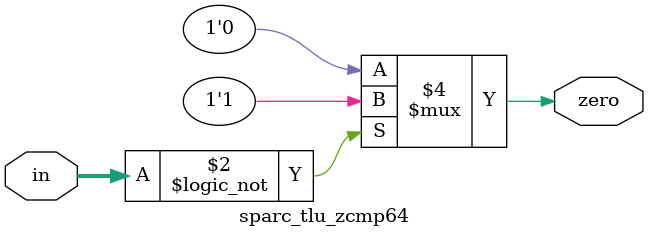
<source format=v>
/*
//  Module Name: sparc_tlu_zcmp64
//  Description:    
//    64b zero compare
*/

module sparc_tlu_zcmp64(/*AUTOARG*/
   // Outputs
   zero, 
   // Inputs
   in
   );

   input [63:0] in;

   output      zero;

   reg 	       zero;

   always @ (in)
     begin
	if (in == 64'b0)
	  zero = 1'b1;
	else
	  zero = 1'b0;
     end
   

endmodule // sparc_tlu_dec64

	

</source>
